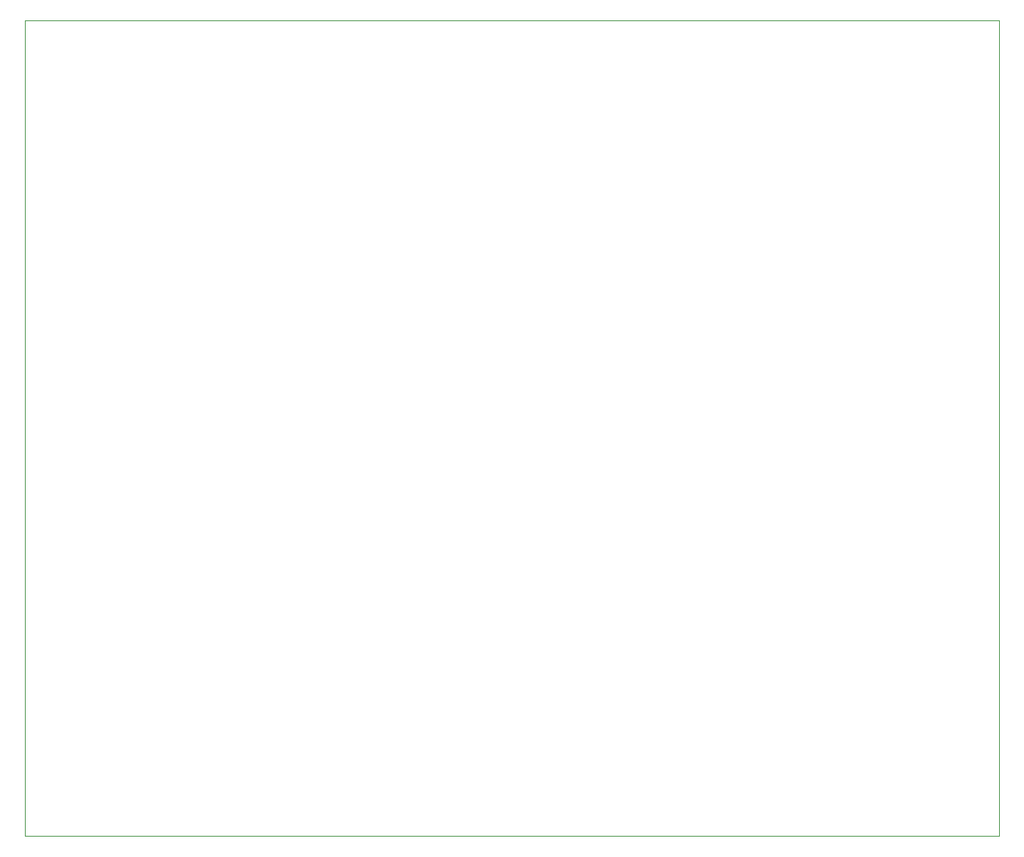
<source format=gbr>
%TF.GenerationSoftware,KiCad,Pcbnew,7.0.9*%
%TF.CreationDate,2023-11-29T01:17:11-05:00*%
%TF.ProjectId,Control Tempeture,436f6e74-726f-46c2-9054-656d70657475,rev?*%
%TF.SameCoordinates,Original*%
%TF.FileFunction,Profile,NP*%
%FSLAX46Y46*%
G04 Gerber Fmt 4.6, Leading zero omitted, Abs format (unit mm)*
G04 Created by KiCad (PCBNEW 7.0.9) date 2023-11-29 01:17:11*
%MOMM*%
%LPD*%
G01*
G04 APERTURE LIST*
%TA.AperFunction,Profile*%
%ADD10C,0.100000*%
%TD*%
G04 APERTURE END LIST*
D10*
X48260000Y-33020000D02*
X157480000Y-33020000D01*
X157480000Y-124460000D01*
X48260000Y-124460000D01*
X48260000Y-33020000D01*
M02*

</source>
